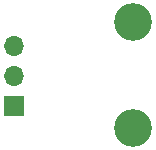
<source format=gbr>
%TF.GenerationSoftware,KiCad,Pcbnew,(6.0.2-0)*%
%TF.CreationDate,2022-08-03T15:23:42+02:00*%
%TF.ProjectId,Amon_led_board,416d6f6e-5f6c-4656-945f-626f6172642e,2*%
%TF.SameCoordinates,Original*%
%TF.FileFunction,Soldermask,Bot*%
%TF.FilePolarity,Negative*%
%FSLAX46Y46*%
G04 Gerber Fmt 4.6, Leading zero omitted, Abs format (unit mm)*
G04 Created by KiCad (PCBNEW (6.0.2-0)) date 2022-08-03 15:23:42*
%MOMM*%
%LPD*%
G01*
G04 APERTURE LIST*
%ADD10R,1.700000X1.700000*%
%ADD11O,1.700000X1.700000*%
%ADD12C,3.200000*%
G04 APERTURE END LIST*
D10*
%TO.C,J1*%
X139192000Y-96809800D03*
D11*
X139192000Y-94269800D03*
X139192000Y-91729800D03*
%TD*%
D12*
%TO.C,REF\u002A\u002A*%
X149300000Y-98602800D03*
%TD*%
%TO.C,REF\u002A\u002A*%
X149300000Y-89662000D03*
%TD*%
M02*

</source>
